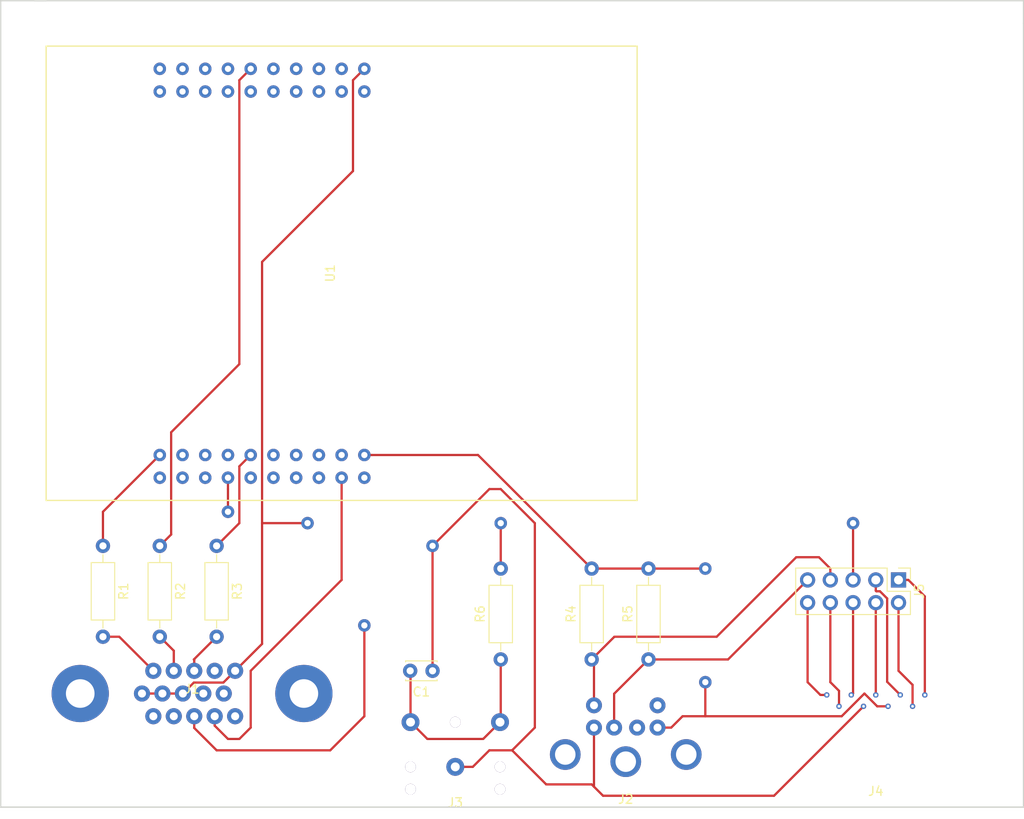
<source format=kicad_pcb>
(kicad_pcb (version 20171130) (host pcbnew 5.0.0)

  (general
    (thickness 1.6)
    (drawings 6)
    (tracks 125)
    (zones 0)
    (modules 13)
    (nets 63)
  )

  (page A4)
  (layers
    (0 F.Cu signal)
    (31 B.Cu signal)
    (32 B.Adhes user)
    (33 F.Adhes user)
    (34 B.Paste user)
    (35 F.Paste user)
    (36 B.SilkS user)
    (37 F.SilkS user)
    (38 B.Mask user)
    (39 F.Mask user)
    (40 Dwgs.User user)
    (41 Cmts.User user)
    (42 Eco1.User user)
    (43 Eco2.User user)
    (44 Edge.Cuts user)
    (45 Margin user)
    (46 B.CrtYd user)
    (47 F.CrtYd user)
    (48 B.Fab user)
    (49 F.Fab user)
  )

  (setup
    (last_trace_width 0.25)
    (trace_clearance 0.2)
    (zone_clearance 0.508)
    (zone_45_only no)
    (trace_min 0.2)
    (segment_width 0.2)
    (edge_width 0.15)
    (via_size 0.8)
    (via_drill 0.4)
    (via_min_size 0.4)
    (via_min_drill 0.3)
    (uvia_size 0.3)
    (uvia_drill 0.1)
    (uvias_allowed no)
    (uvia_min_size 0.2)
    (uvia_min_drill 0.1)
    (pcb_text_width 0.3)
    (pcb_text_size 1.5 1.5)
    (mod_edge_width 0.15)
    (mod_text_size 1 1)
    (mod_text_width 0.15)
    (pad_size 1.524 1.524)
    (pad_drill 0.762)
    (pad_to_mask_clearance 0.2)
    (aux_axis_origin 0 0)
    (visible_elements FFFFFF7F)
    (pcbplotparams
      (layerselection 0x010fc_ffffffff)
      (usegerberextensions false)
      (usegerberattributes false)
      (usegerberadvancedattributes false)
      (creategerberjobfile false)
      (excludeedgelayer true)
      (linewidth 0.100000)
      (plotframeref false)
      (viasonmask false)
      (mode 1)
      (useauxorigin false)
      (hpglpennumber 1)
      (hpglpenspeed 20)
      (hpglpendiameter 15.000000)
      (psnegative false)
      (psa4output false)
      (plotreference true)
      (plotvalue true)
      (plotinvisibletext false)
      (padsonsilk false)
      (subtractmaskfromsilk false)
      (outputformat 1)
      (mirror false)
      (drillshape 1)
      (scaleselection 1)
      (outputdirectory ""))
  )

  (net 0 "")
  (net 1 Red)
  (net 2 "Net-(J1-Pad1)")
  (net 3 "Net-(J1-Pad2)")
  (net 4 Green)
  (net 5 "Net-(J1-Pad3)")
  (net 6 Blue)
  (net 7 GND)
  (net 8 "Net-(U1-Pad2.02)")
  (net 9 "Net-(U1-Pad2.04)")
  (net 10 "Net-(U1-Pad2.03)")
  (net 11 "Net-(U1-Pad2.05)")
  (net 12 "Net-(U1-Pad2.07)")
  (net 13 "Net-(U1-Pad2.09)")
  (net 14 "Net-(U1-Pad2.08)")
  (net 15 "Net-(U1-Pad2.10)")
  (net 16 "Net-(U1-Pad4.02)")
  (net 17 "Net-(U1-Pad4.05)")
  (net 18 "Net-(U1-Pad4.01)")
  (net 19 "Net-(U1-Pad4.09)")
  (net 20 "Net-(U1-Pad4.03)")
  (net 21 "Net-(U1-Pad4.08)")
  (net 22 "Net-(U1-Pad4.10)")
  (net 23 "Net-(U1-Pad4.04)")
  (net 24 "Net-(U1-Pad4.07)")
  (net 25 "Net-(U1-Pad4.06)")
  (net 26 "Net-(U1-Pad3.02)")
  (net 27 "Net-(U1-Pad1.05)")
  (net 28 H-Sync)
  (net 29 "Net-(U1-Pad3.05)")
  (net 30 5.0V)
  (net 31 "Net-(U1-Pad1.10)")
  (net 32 "Net-(U1-Pad3.09)")
  (net 33 "Net-(U1-Pad3.03)")
  (net 34 "Net-(U1-Pad3.08)")
  (net 35 "Net-(U1-Pad1.09)")
  (net 36 "Net-(U1-Pad3.04)")
  (net 37 "Net-(U1-Pad1.08)")
  (net 38 "Net-(U1-Pad3.07)")
  (net 39 "Net-(U1-Pad1.04)")
  (net 40 "Net-(U1-Pad1.03)")
  (net 41 "Net-(U1-Pad1.06)")
  (net 42 V-Sync)
  (net 43 "Net-(U1-Pad1.01)")
  (net 44 "Net-(C1-Pad2)")
  (net 45 "Net-(J1-Pad15)")
  (net 46 "Net-(J1-Pad12)")
  (net 47 "Net-(J1-Pad11)")
  (net 48 "Net-(J1-Pad10)")
  (net 49 "Net-(J1-Pad9)")
  (net 50 "Net-(J1-Pad4)")
  (net 51 +DATA)
  (net 52 "Net-(J2-Pad2)")
  (net 53 +CLK)
  (net 54 "Net-(J2-Pad6)")
  (net 55 JoystickUp)
  (net 56 JoystickDown)
  (net 57 JoystickLeft)
  (net 58 JoystickRight)
  (net 59 BInputPaddle)
  (net 60 InputTrigger)
  (net 61 Audio)
  (net 62 AInputPaddle)

  (net_class Default "This is the default net class."
    (clearance 0.2)
    (trace_width 0.25)
    (via_dia 0.8)
    (via_drill 0.4)
    (uvia_dia 0.3)
    (uvia_drill 0.1)
    (add_net +CLK)
    (add_net +DATA)
    (add_net 5.0V)
    (add_net AInputPaddle)
    (add_net Audio)
    (add_net BInputPaddle)
    (add_net Blue)
    (add_net GND)
    (add_net Green)
    (add_net H-Sync)
    (add_net InputTrigger)
    (add_net JoystickDown)
    (add_net JoystickLeft)
    (add_net JoystickRight)
    (add_net JoystickUp)
    (add_net "Net-(C1-Pad2)")
    (add_net "Net-(J1-Pad1)")
    (add_net "Net-(J1-Pad10)")
    (add_net "Net-(J1-Pad11)")
    (add_net "Net-(J1-Pad12)")
    (add_net "Net-(J1-Pad15)")
    (add_net "Net-(J1-Pad2)")
    (add_net "Net-(J1-Pad3)")
    (add_net "Net-(J1-Pad4)")
    (add_net "Net-(J1-Pad9)")
    (add_net "Net-(J2-Pad2)")
    (add_net "Net-(J2-Pad6)")
    (add_net "Net-(U1-Pad1.01)")
    (add_net "Net-(U1-Pad1.03)")
    (add_net "Net-(U1-Pad1.04)")
    (add_net "Net-(U1-Pad1.05)")
    (add_net "Net-(U1-Pad1.06)")
    (add_net "Net-(U1-Pad1.08)")
    (add_net "Net-(U1-Pad1.09)")
    (add_net "Net-(U1-Pad1.10)")
    (add_net "Net-(U1-Pad2.02)")
    (add_net "Net-(U1-Pad2.03)")
    (add_net "Net-(U1-Pad2.04)")
    (add_net "Net-(U1-Pad2.05)")
    (add_net "Net-(U1-Pad2.07)")
    (add_net "Net-(U1-Pad2.08)")
    (add_net "Net-(U1-Pad2.09)")
    (add_net "Net-(U1-Pad2.10)")
    (add_net "Net-(U1-Pad3.02)")
    (add_net "Net-(U1-Pad3.03)")
    (add_net "Net-(U1-Pad3.04)")
    (add_net "Net-(U1-Pad3.05)")
    (add_net "Net-(U1-Pad3.07)")
    (add_net "Net-(U1-Pad3.08)")
    (add_net "Net-(U1-Pad3.09)")
    (add_net "Net-(U1-Pad4.01)")
    (add_net "Net-(U1-Pad4.02)")
    (add_net "Net-(U1-Pad4.03)")
    (add_net "Net-(U1-Pad4.04)")
    (add_net "Net-(U1-Pad4.05)")
    (add_net "Net-(U1-Pad4.06)")
    (add_net "Net-(U1-Pad4.07)")
    (add_net "Net-(U1-Pad4.08)")
    (add_net "Net-(U1-Pad4.09)")
    (add_net "Net-(U1-Pad4.10)")
    (add_net Red)
    (add_net V-Sync)
  )

  (module Monotron:D09P13B4PA00LF (layer F.Cu) (tedit 5BB777AA) (tstamp 5BB770AE)
    (at 135.89 105.41 180)
    (path /5BAD20FF)
    (fp_text reference J4 (at 0 0.5 180) (layer F.SilkS)
      (effects (font (size 1 1) (thickness 0.15)))
    )
    (fp_text value DB9_Male (at 0 -0.5 180) (layer F.Fab)
      (effects (font (size 1 1) (thickness 0.15)))
    )
    (pad 9 thru_hole circle (at 4.11 10 180) (size 0.6 0.6) (drill 0.3) (layers *.Cu *.Mask)
      (net 62 AInputPaddle))
    (pad 8 thru_hole circle (at 1.37 10 180) (size 0.6 0.6) (drill 0.3) (layers *.Cu *.Mask)
      (net 7 GND))
    (pad 7 thru_hole circle (at -1.37 10 180) (size 0.6 0.6) (drill 0.3) (layers *.Cu *.Mask)
      (net 30 5.0V))
    (pad 6 thru_hole circle (at -4.11 10 180) (size 0.6 0.6) (drill 0.3) (layers *.Cu *.Mask)
      (net 60 InputTrigger))
    (pad 5 thru_hole circle (at 5.48 11.27 180) (size 0.6 0.6) (drill 0.3) (layers *.Cu *.Mask)
      (net 59 BInputPaddle))
    (pad 4 thru_hole circle (at 2.74 11.27 180) (size 0.6 0.6) (drill 0.3) (layers *.Cu *.Mask)
      (net 58 JoystickRight))
    (pad 3 thru_hole circle (at 0 11.27 180) (size 0.6 0.6) (drill 0.3) (layers *.Cu *.Mask)
      (net 57 JoystickLeft))
    (pad 2 thru_hole circle (at -2.74 11.27 180) (size 0.6 0.6) (drill 0.3) (layers *.Cu *.Mask)
      (net 56 JoystickDown))
    (pad 1 thru_hole circle (at -5.48 11.27 180) (size 0.6 0.6) (drill 0.3) (layers *.Cu *.Mask)
      (net 55 JoystickUp))
  )

  (module Monotron:SJ1-3523N (layer F.Cu) (tedit 5BB7740D) (tstamp 5BB770A1)
    (at 88.9 106.68 180)
    (path /5BAD2006)
    (fp_text reference J3 (at 0 0.5 180) (layer F.SilkS)
      (effects (font (size 1 1) (thickness 0.15)))
    )
    (fp_text value AudioJack3_Ground (at 0 -0.5 180) (layer F.Fab)
      (effects (font (size 1 1) (thickness 0.15)))
    )
    (pad T thru_hole circle (at 5 9.5 180) (size 2 2) (drill 1) (layers *.Cu *.Mask)
      (net 44 "Net-(C1-Pad2)"))
    (pad R thru_hole circle (at -5 9.5 180) (size 2 2) (drill 1) (layers *.Cu *.Mask)
      (net 44 "Net-(C1-Pad2)"))
    (pad S thru_hole circle (at 0 4.5 180) (size 2 2) (drill 1) (layers *.Cu *.Mask)
      (net 7 GND))
    (pad "" thru_hole circle (at 0 9.5 180) (size 1.2 1.2) (drill 1.2) (layers *.Cu *.Mask))
    (pad "" thru_hole circle (at -5 2 180) (size 1.2 1.2) (drill 1.2) (layers *.Cu *.Mask))
    (pad "" thru_hole circle (at -5 4.5 180) (size 1.2 1.2) (drill 1.2) (layers *.Cu *.Mask))
    (pad "" thru_hole circle (at 5 4.5 180) (size 1.2 1.2) (drill 1.2) (layers *.Cu *.Mask))
    (pad "" thru_hole circle (at 5 2 180) (size 1.2 1.2) (drill 1.2) (layers *.Cu *.Mask))
  )

  (module Resistors_THT:R_Axial_DIN0207_L6.3mm_D2.5mm_P10.16mm_Horizontal (layer F.Cu) (tedit 5874F706) (tstamp 5BB76EC1)
    (at 49.53 77.47 270)
    (descr "Resistor, Axial_DIN0207 series, Axial, Horizontal, pin pitch=10.16mm, 0.25W = 1/4W, length*diameter=6.3*2.5mm^2, http://cdn-reichelt.de/documents/datenblatt/B400/1_4W%23YAG.pdf")
    (tags "Resistor Axial_DIN0207 series Axial Horizontal pin pitch 10.16mm 0.25W = 1/4W length 6.3mm diameter 2.5mm")
    (path /5B883EA4)
    (fp_text reference R1 (at 5.08 -2.31 270) (layer F.SilkS)
      (effects (font (size 1 1) (thickness 0.15)))
    )
    (fp_text value 330 (at 5.08 2.31 270) (layer F.Fab)
      (effects (font (size 1 1) (thickness 0.15)))
    )
    (fp_line (start 1.93 -1.25) (end 1.93 1.25) (layer F.Fab) (width 0.1))
    (fp_line (start 1.93 1.25) (end 8.23 1.25) (layer F.Fab) (width 0.1))
    (fp_line (start 8.23 1.25) (end 8.23 -1.25) (layer F.Fab) (width 0.1))
    (fp_line (start 8.23 -1.25) (end 1.93 -1.25) (layer F.Fab) (width 0.1))
    (fp_line (start 0 0) (end 1.93 0) (layer F.Fab) (width 0.1))
    (fp_line (start 10.16 0) (end 8.23 0) (layer F.Fab) (width 0.1))
    (fp_line (start 1.87 -1.31) (end 1.87 1.31) (layer F.SilkS) (width 0.12))
    (fp_line (start 1.87 1.31) (end 8.29 1.31) (layer F.SilkS) (width 0.12))
    (fp_line (start 8.29 1.31) (end 8.29 -1.31) (layer F.SilkS) (width 0.12))
    (fp_line (start 8.29 -1.31) (end 1.87 -1.31) (layer F.SilkS) (width 0.12))
    (fp_line (start 0.98 0) (end 1.87 0) (layer F.SilkS) (width 0.12))
    (fp_line (start 9.18 0) (end 8.29 0) (layer F.SilkS) (width 0.12))
    (fp_line (start -1.05 -1.6) (end -1.05 1.6) (layer F.CrtYd) (width 0.05))
    (fp_line (start -1.05 1.6) (end 11.25 1.6) (layer F.CrtYd) (width 0.05))
    (fp_line (start 11.25 1.6) (end 11.25 -1.6) (layer F.CrtYd) (width 0.05))
    (fp_line (start 11.25 -1.6) (end -1.05 -1.6) (layer F.CrtYd) (width 0.05))
    (pad 1 thru_hole circle (at 0 0 270) (size 1.6 1.6) (drill 0.8) (layers *.Cu *.Mask)
      (net 1 Red))
    (pad 2 thru_hole oval (at 10.16 0 270) (size 1.6 1.6) (drill 0.8) (layers *.Cu *.Mask)
      (net 2 "Net-(J1-Pad1)"))
    (model ${KISYS3DMOD}/Resistors_THT.3dshapes/R_Axial_DIN0207_L6.3mm_D2.5mm_P10.16mm_Horizontal.wrl
      (at (xyz 0 0 0))
      (scale (xyz 0.393701 0.393701 0.393701))
      (rotate (xyz 0 0 0))
    )
  )

  (module Resistors_THT:R_Axial_DIN0207_L6.3mm_D2.5mm_P10.16mm_Horizontal (layer F.Cu) (tedit 5874F706) (tstamp 5BB76ED7)
    (at 55.88 77.47 270)
    (descr "Resistor, Axial_DIN0207 series, Axial, Horizontal, pin pitch=10.16mm, 0.25W = 1/4W, length*diameter=6.3*2.5mm^2, http://cdn-reichelt.de/documents/datenblatt/B400/1_4W%23YAG.pdf")
    (tags "Resistor Axial_DIN0207 series Axial Horizontal pin pitch 10.16mm 0.25W = 1/4W length 6.3mm diameter 2.5mm")
    (path /5B883E00)
    (fp_text reference R2 (at 5.08 -2.31 270) (layer F.SilkS)
      (effects (font (size 1 1) (thickness 0.15)))
    )
    (fp_text value 330 (at 5.08 2.31 270) (layer F.Fab)
      (effects (font (size 1 1) (thickness 0.15)))
    )
    (fp_line (start 11.25 -1.6) (end -1.05 -1.6) (layer F.CrtYd) (width 0.05))
    (fp_line (start 11.25 1.6) (end 11.25 -1.6) (layer F.CrtYd) (width 0.05))
    (fp_line (start -1.05 1.6) (end 11.25 1.6) (layer F.CrtYd) (width 0.05))
    (fp_line (start -1.05 -1.6) (end -1.05 1.6) (layer F.CrtYd) (width 0.05))
    (fp_line (start 9.18 0) (end 8.29 0) (layer F.SilkS) (width 0.12))
    (fp_line (start 0.98 0) (end 1.87 0) (layer F.SilkS) (width 0.12))
    (fp_line (start 8.29 -1.31) (end 1.87 -1.31) (layer F.SilkS) (width 0.12))
    (fp_line (start 8.29 1.31) (end 8.29 -1.31) (layer F.SilkS) (width 0.12))
    (fp_line (start 1.87 1.31) (end 8.29 1.31) (layer F.SilkS) (width 0.12))
    (fp_line (start 1.87 -1.31) (end 1.87 1.31) (layer F.SilkS) (width 0.12))
    (fp_line (start 10.16 0) (end 8.23 0) (layer F.Fab) (width 0.1))
    (fp_line (start 0 0) (end 1.93 0) (layer F.Fab) (width 0.1))
    (fp_line (start 8.23 -1.25) (end 1.93 -1.25) (layer F.Fab) (width 0.1))
    (fp_line (start 8.23 1.25) (end 8.23 -1.25) (layer F.Fab) (width 0.1))
    (fp_line (start 1.93 1.25) (end 8.23 1.25) (layer F.Fab) (width 0.1))
    (fp_line (start 1.93 -1.25) (end 1.93 1.25) (layer F.Fab) (width 0.1))
    (pad 2 thru_hole oval (at 10.16 0 270) (size 1.6 1.6) (drill 0.8) (layers *.Cu *.Mask)
      (net 3 "Net-(J1-Pad2)"))
    (pad 1 thru_hole circle (at 0 0 270) (size 1.6 1.6) (drill 0.8) (layers *.Cu *.Mask)
      (net 4 Green))
    (model ${KISYS3DMOD}/Resistors_THT.3dshapes/R_Axial_DIN0207_L6.3mm_D2.5mm_P10.16mm_Horizontal.wrl
      (at (xyz 0 0 0))
      (scale (xyz 0.393701 0.393701 0.393701))
      (rotate (xyz 0 0 0))
    )
  )

  (module Resistors_THT:R_Axial_DIN0207_L6.3mm_D2.5mm_P10.16mm_Horizontal (layer F.Cu) (tedit 5874F706) (tstamp 5BB76EED)
    (at 62.23 77.47 270)
    (descr "Resistor, Axial_DIN0207 series, Axial, Horizontal, pin pitch=10.16mm, 0.25W = 1/4W, length*diameter=6.3*2.5mm^2, http://cdn-reichelt.de/documents/datenblatt/B400/1_4W%23YAG.pdf")
    (tags "Resistor Axial_DIN0207 series Axial Horizontal pin pitch 10.16mm 0.25W = 1/4W length 6.3mm diameter 2.5mm")
    (path /5B883F05)
    (fp_text reference R3 (at 5.08 -2.31 270) (layer F.SilkS)
      (effects (font (size 1 1) (thickness 0.15)))
    )
    (fp_text value 330 (at 5.08 2.31 270) (layer F.Fab)
      (effects (font (size 1 1) (thickness 0.15)))
    )
    (fp_line (start 11.25 -1.6) (end -1.05 -1.6) (layer F.CrtYd) (width 0.05))
    (fp_line (start 11.25 1.6) (end 11.25 -1.6) (layer F.CrtYd) (width 0.05))
    (fp_line (start -1.05 1.6) (end 11.25 1.6) (layer F.CrtYd) (width 0.05))
    (fp_line (start -1.05 -1.6) (end -1.05 1.6) (layer F.CrtYd) (width 0.05))
    (fp_line (start 9.18 0) (end 8.29 0) (layer F.SilkS) (width 0.12))
    (fp_line (start 0.98 0) (end 1.87 0) (layer F.SilkS) (width 0.12))
    (fp_line (start 8.29 -1.31) (end 1.87 -1.31) (layer F.SilkS) (width 0.12))
    (fp_line (start 8.29 1.31) (end 8.29 -1.31) (layer F.SilkS) (width 0.12))
    (fp_line (start 1.87 1.31) (end 8.29 1.31) (layer F.SilkS) (width 0.12))
    (fp_line (start 1.87 -1.31) (end 1.87 1.31) (layer F.SilkS) (width 0.12))
    (fp_line (start 10.16 0) (end 8.23 0) (layer F.Fab) (width 0.1))
    (fp_line (start 0 0) (end 1.93 0) (layer F.Fab) (width 0.1))
    (fp_line (start 8.23 -1.25) (end 1.93 -1.25) (layer F.Fab) (width 0.1))
    (fp_line (start 8.23 1.25) (end 8.23 -1.25) (layer F.Fab) (width 0.1))
    (fp_line (start 1.93 1.25) (end 8.23 1.25) (layer F.Fab) (width 0.1))
    (fp_line (start 1.93 -1.25) (end 1.93 1.25) (layer F.Fab) (width 0.1))
    (pad 2 thru_hole oval (at 10.16 0 270) (size 1.6 1.6) (drill 0.8) (layers *.Cu *.Mask)
      (net 5 "Net-(J1-Pad3)"))
    (pad 1 thru_hole circle (at 0 0 270) (size 1.6 1.6) (drill 0.8) (layers *.Cu *.Mask)
      (net 6 Blue))
    (model ${KISYS3DMOD}/Resistors_THT.3dshapes/R_Axial_DIN0207_L6.3mm_D2.5mm_P10.16mm_Horizontal.wrl
      (at (xyz 0 0 0))
      (scale (xyz 0.393701 0.393701 0.393701))
      (rotate (xyz 0 0 0))
    )
  )

  (module "Monotron:Tiva-C Launchpad Connector" (layer F.Cu) (tedit 5BACBDEF) (tstamp 5BB76F1D)
    (at 76.2 46.99 270)
    (path /5B883CD0)
    (fp_text reference U1 (at 0 1.27 270) (layer F.SilkS)
      (effects (font (size 1 1) (thickness 0.15)))
    )
    (fp_text value TivaCLaunchpad (at 0 -1.27 270) (layer F.Fab)
      (effects (font (size 1 1) (thickness 0.15)))
    )
    (fp_line (start -25.4 -33.02) (end 25.4 -33.02) (layer F.SilkS) (width 0.15))
    (fp_line (start -25.4 33.02) (end 25.4 33.02) (layer F.SilkS) (width 0.15))
    (fp_line (start -25.4 33.02) (end -25.4 -33.02) (layer F.SilkS) (width 0.15))
    (fp_line (start 25.4 33.02) (end 25.4 -33.02) (layer F.SilkS) (width 0.15))
    (pad 2.01 thru_hole circle (at -22.86 -2.54 270) (size 1.4 1.4) (drill 0.7) (layers *.Cu *.Mask)
      (net 7 GND))
    (pad 2.02 thru_hole circle (at -22.86 0 270) (size 1.4 1.4) (drill 0.7) (layers *.Cu *.Mask)
      (net 8 "Net-(U1-Pad2.02)"))
    (pad 2.04 thru_hole circle (at -22.86 5.08 270) (size 1.4 1.4) (drill 0.7) (layers *.Cu *.Mask)
      (net 9 "Net-(U1-Pad2.04)"))
    (pad 2.03 thru_hole circle (at -22.86 2.54 270) (size 1.4 1.4) (drill 0.7) (layers *.Cu *.Mask)
      (net 10 "Net-(U1-Pad2.03)"))
    (pad 2.05 thru_hole circle (at -22.86 7.62 270) (size 1.4 1.4) (drill 0.7) (layers *.Cu *.Mask)
      (net 11 "Net-(U1-Pad2.05)"))
    (pad 2.07 thru_hole circle (at -22.86 12.7 270) (size 1.4 1.4) (drill 0.7) (layers *.Cu *.Mask)
      (net 12 "Net-(U1-Pad2.07)"))
    (pad 2.06 thru_hole circle (at -22.86 10.16 270) (size 1.4 1.4) (drill 0.7) (layers *.Cu *.Mask)
      (net 4 Green))
    (pad 2.09 thru_hole circle (at -22.86 17.78 270) (size 1.4 1.4) (drill 0.7) (layers *.Cu *.Mask)
      (net 13 "Net-(U1-Pad2.09)"))
    (pad 2.08 thru_hole circle (at -22.86 15.24 270) (size 1.4 1.4) (drill 0.7) (layers *.Cu *.Mask)
      (net 14 "Net-(U1-Pad2.08)"))
    (pad 2.10 thru_hole circle (at -22.86 20.32 270) (size 1.4 1.4) (drill 0.7) (layers *.Cu *.Mask)
      (net 15 "Net-(U1-Pad2.10)"))
    (pad 4.02 thru_hole circle (at -20.32 0 270) (size 1.4 1.4) (drill 0.7) (layers *.Cu *.Mask)
      (net 16 "Net-(U1-Pad4.02)"))
    (pad 4.05 thru_hole circle (at -20.32 7.62 270) (size 1.4 1.4) (drill 0.7) (layers *.Cu *.Mask)
      (net 17 "Net-(U1-Pad4.05)"))
    (pad 4.01 thru_hole circle (at -20.32 -2.54 270) (size 1.4 1.4) (drill 0.7) (layers *.Cu *.Mask)
      (net 18 "Net-(U1-Pad4.01)"))
    (pad 4.09 thru_hole circle (at -20.32 17.78 270) (size 1.4 1.4) (drill 0.7) (layers *.Cu *.Mask)
      (net 19 "Net-(U1-Pad4.09)"))
    (pad 4.03 thru_hole circle (at -20.32 2.54 270) (size 1.4 1.4) (drill 0.7) (layers *.Cu *.Mask)
      (net 20 "Net-(U1-Pad4.03)"))
    (pad 4.08 thru_hole circle (at -20.32 15.24 270) (size 1.4 1.4) (drill 0.7) (layers *.Cu *.Mask)
      (net 21 "Net-(U1-Pad4.08)"))
    (pad 4.10 thru_hole circle (at -20.32 20.32 270) (size 1.4 1.4) (drill 0.7) (layers *.Cu *.Mask)
      (net 22 "Net-(U1-Pad4.10)"))
    (pad 4.04 thru_hole circle (at -20.32 5.08 270) (size 1.4 1.4) (drill 0.7) (layers *.Cu *.Mask)
      (net 23 "Net-(U1-Pad4.04)"))
    (pad 4.07 thru_hole circle (at -20.32 12.7 270) (size 1.4 1.4) (drill 0.7) (layers *.Cu *.Mask)
      (net 24 "Net-(U1-Pad4.07)"))
    (pad 4.06 thru_hole circle (at -20.32 10.16 270) (size 1.4 1.4) (drill 0.7) (layers *.Cu *.Mask)
      (net 25 "Net-(U1-Pad4.06)"))
    (pad 3.02 thru_hole circle (at 20.32 0 270) (size 1.4 1.4) (drill 0.7) (layers *.Cu *.Mask)
      (net 26 "Net-(U1-Pad3.02)"))
    (pad 1.05 thru_hole circle (at 22.86 7.62 270) (size 1.4 1.4) (drill 0.7) (layers *.Cu *.Mask)
      (net 27 "Net-(U1-Pad1.05)"))
    (pad 1.07 thru_hole circle (at 22.86 12.7 270) (size 1.4 1.4) (drill 0.7) (layers *.Cu *.Mask)
      (net 28 H-Sync))
    (pad 3.05 thru_hole circle (at 20.32 7.62 270) (size 1.4 1.4) (drill 0.7) (layers *.Cu *.Mask)
      (net 29 "Net-(U1-Pad3.05)"))
    (pad 3.01 thru_hole circle (at 20.32 -2.54 270) (size 1.4 1.4) (drill 0.7) (layers *.Cu *.Mask)
      (net 30 5.0V))
    (pad 1.10 thru_hole circle (at 22.86 20.32 270) (size 1.4 1.4) (drill 0.7) (layers *.Cu *.Mask)
      (net 31 "Net-(U1-Pad1.10)"))
    (pad 3.09 thru_hole circle (at 20.32 17.78 270) (size 1.4 1.4) (drill 0.7) (layers *.Cu *.Mask)
      (net 32 "Net-(U1-Pad3.09)"))
    (pad 3.03 thru_hole circle (at 20.32 2.54 270) (size 1.4 1.4) (drill 0.7) (layers *.Cu *.Mask)
      (net 33 "Net-(U1-Pad3.03)"))
    (pad 3.08 thru_hole circle (at 20.32 15.24 270) (size 1.4 1.4) (drill 0.7) (layers *.Cu *.Mask)
      (net 34 "Net-(U1-Pad3.08)"))
    (pad 1.09 thru_hole circle (at 22.86 17.78 270) (size 1.4 1.4) (drill 0.7) (layers *.Cu *.Mask)
      (net 35 "Net-(U1-Pad1.09)"))
    (pad 3.10 thru_hole circle (at 20.32 20.32 270) (size 1.4 1.4) (drill 0.7) (layers *.Cu *.Mask)
      (net 1 Red))
    (pad 3.04 thru_hole circle (at 20.32 5.08 270) (size 1.4 1.4) (drill 0.7) (layers *.Cu *.Mask)
      (net 36 "Net-(U1-Pad3.04)"))
    (pad 1.08 thru_hole circle (at 22.86 15.24 270) (size 1.4 1.4) (drill 0.7) (layers *.Cu *.Mask)
      (net 37 "Net-(U1-Pad1.08)"))
    (pad 3.07 thru_hole circle (at 20.32 12.7 270) (size 1.4 1.4) (drill 0.7) (layers *.Cu *.Mask)
      (net 38 "Net-(U1-Pad3.07)"))
    (pad 1.04 thru_hole circle (at 22.86 5.08 270) (size 1.4 1.4) (drill 0.7) (layers *.Cu *.Mask)
      (net 39 "Net-(U1-Pad1.04)"))
    (pad 3.06 thru_hole circle (at 20.32 10.16 270) (size 1.4 1.4) (drill 0.7) (layers *.Cu *.Mask)
      (net 6 Blue))
    (pad 1.03 thru_hole circle (at 22.86 2.54 270) (size 1.4 1.4) (drill 0.7) (layers *.Cu *.Mask)
      (net 40 "Net-(U1-Pad1.03)"))
    (pad 1.06 thru_hole circle (at 22.86 10.16 270) (size 1.4 1.4) (drill 0.7) (layers *.Cu *.Mask)
      (net 41 "Net-(U1-Pad1.06)"))
    (pad 1.02 thru_hole circle (at 22.86 0 270) (size 1.4 1.4) (drill 0.7) (layers *.Cu *.Mask)
      (net 42 V-Sync))
    (pad 1.01 thru_hole circle (at 22.86 -2.54 270) (size 1.4 1.4) (drill 0.7) (layers *.Cu *.Mask)
      (net 43 "Net-(U1-Pad1.01)"))
  )

  (module Capacitors_THT:C_Disc_D3.4mm_W2.1mm_P2.50mm (layer F.Cu) (tedit 597BC7C2) (tstamp 5BB7781A)
    (at 86.36 91.44 180)
    (descr "C, Disc series, Radial, pin pitch=2.50mm, , diameter*width=3.4*2.1mm^2, Capacitor, http://www.vishay.com/docs/45233/krseries.pdf")
    (tags "C Disc series Radial pin pitch 2.50mm  diameter 3.4mm width 2.1mm Capacitor")
    (path /5BAFCAEA)
    (fp_text reference C1 (at 1.25 -2.36 180) (layer F.SilkS)
      (effects (font (size 1 1) (thickness 0.15)))
    )
    (fp_text value 3.3n (at 1.25 2.36 180) (layer F.Fab)
      (effects (font (size 1 1) (thickness 0.15)))
    )
    (fp_text user %R (at 1.25 0 180) (layer F.Fab)
      (effects (font (size 1 1) (thickness 0.15)))
    )
    (fp_line (start 3.55 -1.4) (end -1.05 -1.4) (layer F.CrtYd) (width 0.05))
    (fp_line (start 3.55 1.4) (end 3.55 -1.4) (layer F.CrtYd) (width 0.05))
    (fp_line (start -1.05 1.4) (end 3.55 1.4) (layer F.CrtYd) (width 0.05))
    (fp_line (start -1.05 -1.4) (end -1.05 1.4) (layer F.CrtYd) (width 0.05))
    (fp_line (start 3.01 0.996) (end 3.01 1.11) (layer F.SilkS) (width 0.12))
    (fp_line (start 3.01 -1.11) (end 3.01 -0.996) (layer F.SilkS) (width 0.12))
    (fp_line (start -0.51 0.996) (end -0.51 1.11) (layer F.SilkS) (width 0.12))
    (fp_line (start -0.51 -1.11) (end -0.51 -0.996) (layer F.SilkS) (width 0.12))
    (fp_line (start -0.51 1.11) (end 3.01 1.11) (layer F.SilkS) (width 0.12))
    (fp_line (start -0.51 -1.11) (end 3.01 -1.11) (layer F.SilkS) (width 0.12))
    (fp_line (start 2.95 -1.05) (end -0.45 -1.05) (layer F.Fab) (width 0.1))
    (fp_line (start 2.95 1.05) (end 2.95 -1.05) (layer F.Fab) (width 0.1))
    (fp_line (start -0.45 1.05) (end 2.95 1.05) (layer F.Fab) (width 0.1))
    (fp_line (start -0.45 -1.05) (end -0.45 1.05) (layer F.Fab) (width 0.1))
    (pad 2 thru_hole circle (at 2.5 0 180) (size 1.6 1.6) (drill 0.8) (layers *.Cu *.Mask)
      (net 44 "Net-(C1-Pad2)"))
    (pad 1 thru_hole circle (at 0 0 180) (size 1.6 1.6) (drill 0.8) (layers *.Cu *.Mask)
      (net 7 GND))
    (model ${KISYS3DMOD}/Capacitors_THT.3dshapes/C_Disc_D3.4mm_W2.1mm_P2.50mm.wrl
      (at (xyz 0 0 0))
      (scale (xyz 1 1 1))
      (rotate (xyz 0 0 0))
    )
  )

  (module Monotron:ICD15S13E4GX00LF (layer F.Cu) (tedit 5BB356C9) (tstamp 5BB77088)
    (at 59.485 93.98 180)
    (path /5B8842EE)
    (fp_text reference J1 (at 0 0.5 180) (layer F.SilkS)
      (effects (font (size 1 1) (thickness 0.15)))
    )
    (fp_text value DB15_Female_HighDensity (at 0 -0.5 180) (layer F.Fab)
      (effects (font (size 1 1) (thickness 0.15)))
    )
    (pad "" thru_hole circle (at -12.495 0 180) (size 6.4 6.4) (drill 3.2) (layers *.Cu *.Mask))
    (pad "" thru_hole circle (at 12.495 0 180) (size 6.4 6.4) (drill 3.2) (layers *.Cu *.Mask))
    (pad 15 thru_hole circle (at -4.815 -2.54 180) (size 1.8 1.8) (drill 0.9) (layers *.Cu *.Mask)
      (net 45 "Net-(J1-Pad15)"))
    (pad 14 thru_hole circle (at -2.53 -2.54 180) (size 1.8 1.8) (drill 0.9) (layers *.Cu *.Mask)
      (net 42 V-Sync))
    (pad 13 thru_hole circle (at -0.245 -2.54 180) (size 1.8 1.8) (drill 0.9) (layers *.Cu *.Mask)
      (net 28 H-Sync))
    (pad 12 thru_hole circle (at 2.04 -2.54 180) (size 1.8 1.8) (drill 0.9) (layers *.Cu *.Mask)
      (net 46 "Net-(J1-Pad12)"))
    (pad 11 thru_hole circle (at 4.325 -2.54 180) (size 1.8 1.8) (drill 0.9) (layers *.Cu *.Mask)
      (net 47 "Net-(J1-Pad11)"))
    (pad 10 thru_hole circle (at -3.545 0 180) (size 1.8 1.8) (drill 0.9) (layers *.Cu *.Mask)
      (net 48 "Net-(J1-Pad10)"))
    (pad 9 thru_hole circle (at -1.26 0 180) (size 1.8 1.8) (drill 0.9) (layers *.Cu *.Mask)
      (net 49 "Net-(J1-Pad9)"))
    (pad 8 thru_hole circle (at 1.025 0 180) (size 1.8 1.8) (drill 0.9) (layers *.Cu *.Mask)
      (net 7 GND))
    (pad 7 thru_hole circle (at 3.31 0 180) (size 1.8 1.8) (drill 0.9) (layers *.Cu *.Mask)
      (net 7 GND))
    (pad 6 thru_hole circle (at 5.595 0 180) (size 1.8 1.8) (drill 0.9) (layers *.Cu *.Mask)
      (net 7 GND))
    (pad 5 thru_hole circle (at -4.815 2.54 180) (size 1.8 1.8) (drill 0.9) (layers *.Cu *.Mask)
      (net 7 GND))
    (pad 4 thru_hole circle (at -2.53 2.54 180) (size 1.8 1.8) (drill 0.9) (layers *.Cu *.Mask)
      (net 50 "Net-(J1-Pad4)"))
    (pad 3 thru_hole circle (at -0.245 2.54 180) (size 1.8 1.8) (drill 0.9) (layers *.Cu *.Mask)
      (net 5 "Net-(J1-Pad3)"))
    (pad 2 thru_hole circle (at 2.04 2.54 180) (size 1.8 1.8) (drill 0.9) (layers *.Cu *.Mask)
      (net 3 "Net-(J1-Pad2)"))
    (pad 1 thru_hole circle (at 4.325 2.54 180) (size 1.8 1.8) (drill 0.9) (layers *.Cu *.Mask)
      (net 2 "Net-(J1-Pad1)"))
  )

  (module Monotron:5749180-1 (layer F.Cu) (tedit 5BB35431) (tstamp 5BB777C4)
    (at 107.95 106.3 180)
    (path /5BAD1E91)
    (fp_text reference J2 (at 0 0.5 180) (layer F.SilkS)
      (effects (font (size 1 1) (thickness 0.15)))
    )
    (fp_text value Mini-DIN-6 (at 0 -0.5 180) (layer F.Fab)
      (effects (font (size 1 1) (thickness 0.15)))
    )
    (pad 1 thru_hole circle (at 1.3 8.51 180) (size 1.78 1.78) (drill 0.89) (layers *.Cu *.Mask)
      (net 51 +DATA))
    (pad 2 thru_hole circle (at -1.27 8.51 180) (size 1.78 1.78) (drill 0.89) (layers *.Cu *.Mask)
      (net 52 "Net-(J2-Pad2)"))
    (pad 3 thru_hole circle (at 3.55 8.51 180) (size 1.78 1.78) (drill 0.89) (layers *.Cu *.Mask)
      (net 7 GND))
    (pad 4 thru_hole circle (at -3.55 8.51 180) (size 1.78 1.78) (drill 0.89) (layers *.Cu *.Mask)
      (net 30 5.0V))
    (pad 5 thru_hole circle (at 3.55 11 180) (size 1.78 1.78) (drill 0.89) (layers *.Cu *.Mask)
      (net 53 +CLK))
    (pad 6 thru_hole circle (at -3.55 11 180) (size 1.78 1.78) (drill 0.89) (layers *.Cu *.Mask)
      (net 54 "Net-(J2-Pad6)"))
    (pad "" thru_hole circle (at 0 4.7 180) (size 3.435 3.435) (drill 2.29) (layers *.Cu *.Mask))
    (pad "" thru_hole circle (at -6.76 5.5 180) (size 3.435 3.435) (drill 2.29) (layers *.Cu *.Mask))
    (pad "" thru_hole circle (at 6.76 5.5 180) (size 3.435 3.435) (drill 2.29) (layers *.Cu *.Mask))
  )

  (module Resistors_THT:R_Axial_DIN0207_L6.3mm_D2.5mm_P10.16mm_Horizontal (layer F.Cu) (tedit 5874F706) (tstamp 5BB770C4)
    (at 104.14 90.17 90)
    (descr "Resistor, Axial_DIN0207 series, Axial, Horizontal, pin pitch=10.16mm, 0.25W = 1/4W, length*diameter=6.3*2.5mm^2, http://cdn-reichelt.de/documents/datenblatt/B400/1_4W%23YAG.pdf")
    (tags "Resistor Axial_DIN0207 series Axial Horizontal pin pitch 10.16mm 0.25W = 1/4W length 6.3mm diameter 2.5mm")
    (path /5BAE5AAD)
    (fp_text reference R4 (at 5.08 -2.31 90) (layer F.SilkS)
      (effects (font (size 1 1) (thickness 0.15)))
    )
    (fp_text value 10K (at 5.08 2.31 90) (layer F.Fab)
      (effects (font (size 1 1) (thickness 0.15)))
    )
    (fp_line (start 11.25 -1.6) (end -1.05 -1.6) (layer F.CrtYd) (width 0.05))
    (fp_line (start 11.25 1.6) (end 11.25 -1.6) (layer F.CrtYd) (width 0.05))
    (fp_line (start -1.05 1.6) (end 11.25 1.6) (layer F.CrtYd) (width 0.05))
    (fp_line (start -1.05 -1.6) (end -1.05 1.6) (layer F.CrtYd) (width 0.05))
    (fp_line (start 9.18 0) (end 8.29 0) (layer F.SilkS) (width 0.12))
    (fp_line (start 0.98 0) (end 1.87 0) (layer F.SilkS) (width 0.12))
    (fp_line (start 8.29 -1.31) (end 1.87 -1.31) (layer F.SilkS) (width 0.12))
    (fp_line (start 8.29 1.31) (end 8.29 -1.31) (layer F.SilkS) (width 0.12))
    (fp_line (start 1.87 1.31) (end 8.29 1.31) (layer F.SilkS) (width 0.12))
    (fp_line (start 1.87 -1.31) (end 1.87 1.31) (layer F.SilkS) (width 0.12))
    (fp_line (start 10.16 0) (end 8.23 0) (layer F.Fab) (width 0.1))
    (fp_line (start 0 0) (end 1.93 0) (layer F.Fab) (width 0.1))
    (fp_line (start 8.23 -1.25) (end 1.93 -1.25) (layer F.Fab) (width 0.1))
    (fp_line (start 8.23 1.25) (end 8.23 -1.25) (layer F.Fab) (width 0.1))
    (fp_line (start 1.93 1.25) (end 8.23 1.25) (layer F.Fab) (width 0.1))
    (fp_line (start 1.93 -1.25) (end 1.93 1.25) (layer F.Fab) (width 0.1))
    (pad 2 thru_hole oval (at 10.16 0 90) (size 1.6 1.6) (drill 0.8) (layers *.Cu *.Mask)
      (net 30 5.0V))
    (pad 1 thru_hole circle (at 0 0 90) (size 1.6 1.6) (drill 0.8) (layers *.Cu *.Mask)
      (net 53 +CLK))
    (model ${KISYS3DMOD}/Resistors_THT.3dshapes/R_Axial_DIN0207_L6.3mm_D2.5mm_P10.16mm_Horizontal.wrl
      (at (xyz 0 0 0))
      (scale (xyz 0.393701 0.393701 0.393701))
      (rotate (xyz 0 0 0))
    )
  )

  (module Resistors_THT:R_Axial_DIN0207_L6.3mm_D2.5mm_P10.16mm_Horizontal (layer F.Cu) (tedit 5874F706) (tstamp 5BB770DA)
    (at 110.49 90.17 90)
    (descr "Resistor, Axial_DIN0207 series, Axial, Horizontal, pin pitch=10.16mm, 0.25W = 1/4W, length*diameter=6.3*2.5mm^2, http://cdn-reichelt.de/documents/datenblatt/B400/1_4W%23YAG.pdf")
    (tags "Resistor Axial_DIN0207 series Axial Horizontal pin pitch 10.16mm 0.25W = 1/4W length 6.3mm diameter 2.5mm")
    (path /5BAE5BAD)
    (fp_text reference R5 (at 5.08 -2.31 90) (layer F.SilkS)
      (effects (font (size 1 1) (thickness 0.15)))
    )
    (fp_text value 10K (at 5.08 2.31 90) (layer F.Fab)
      (effects (font (size 1 1) (thickness 0.15)))
    )
    (fp_line (start 1.93 -1.25) (end 1.93 1.25) (layer F.Fab) (width 0.1))
    (fp_line (start 1.93 1.25) (end 8.23 1.25) (layer F.Fab) (width 0.1))
    (fp_line (start 8.23 1.25) (end 8.23 -1.25) (layer F.Fab) (width 0.1))
    (fp_line (start 8.23 -1.25) (end 1.93 -1.25) (layer F.Fab) (width 0.1))
    (fp_line (start 0 0) (end 1.93 0) (layer F.Fab) (width 0.1))
    (fp_line (start 10.16 0) (end 8.23 0) (layer F.Fab) (width 0.1))
    (fp_line (start 1.87 -1.31) (end 1.87 1.31) (layer F.SilkS) (width 0.12))
    (fp_line (start 1.87 1.31) (end 8.29 1.31) (layer F.SilkS) (width 0.12))
    (fp_line (start 8.29 1.31) (end 8.29 -1.31) (layer F.SilkS) (width 0.12))
    (fp_line (start 8.29 -1.31) (end 1.87 -1.31) (layer F.SilkS) (width 0.12))
    (fp_line (start 0.98 0) (end 1.87 0) (layer F.SilkS) (width 0.12))
    (fp_line (start 9.18 0) (end 8.29 0) (layer F.SilkS) (width 0.12))
    (fp_line (start -1.05 -1.6) (end -1.05 1.6) (layer F.CrtYd) (width 0.05))
    (fp_line (start -1.05 1.6) (end 11.25 1.6) (layer F.CrtYd) (width 0.05))
    (fp_line (start 11.25 1.6) (end 11.25 -1.6) (layer F.CrtYd) (width 0.05))
    (fp_line (start 11.25 -1.6) (end -1.05 -1.6) (layer F.CrtYd) (width 0.05))
    (pad 1 thru_hole circle (at 0 0 90) (size 1.6 1.6) (drill 0.8) (layers *.Cu *.Mask)
      (net 51 +DATA))
    (pad 2 thru_hole oval (at 10.16 0 90) (size 1.6 1.6) (drill 0.8) (layers *.Cu *.Mask)
      (net 30 5.0V))
    (model ${KISYS3DMOD}/Resistors_THT.3dshapes/R_Axial_DIN0207_L6.3mm_D2.5mm_P10.16mm_Horizontal.wrl
      (at (xyz 0 0 0))
      (scale (xyz 0.393701 0.393701 0.393701))
      (rotate (xyz 0 0 0))
    )
  )

  (module Resistors_THT:R_Axial_DIN0207_L6.3mm_D2.5mm_P10.16mm_Horizontal (layer F.Cu) (tedit 5874F706) (tstamp 5BB770F0)
    (at 93.98 90.17 90)
    (descr "Resistor, Axial_DIN0207 series, Axial, Horizontal, pin pitch=10.16mm, 0.25W = 1/4W, length*diameter=6.3*2.5mm^2, http://cdn-reichelt.de/documents/datenblatt/B400/1_4W%23YAG.pdf")
    (tags "Resistor Axial_DIN0207 series Axial Horizontal pin pitch 10.16mm 0.25W = 1/4W length 6.3mm diameter 2.5mm")
    (path /5BB04C33)
    (fp_text reference R6 (at 5.08 -2.31 90) (layer F.SilkS)
      (effects (font (size 1 1) (thickness 0.15)))
    )
    (fp_text value 2.4k (at 5.08 2.31 90) (layer F.Fab)
      (effects (font (size 1 1) (thickness 0.15)))
    )
    (fp_line (start 11.25 -1.6) (end -1.05 -1.6) (layer F.CrtYd) (width 0.05))
    (fp_line (start 11.25 1.6) (end 11.25 -1.6) (layer F.CrtYd) (width 0.05))
    (fp_line (start -1.05 1.6) (end 11.25 1.6) (layer F.CrtYd) (width 0.05))
    (fp_line (start -1.05 -1.6) (end -1.05 1.6) (layer F.CrtYd) (width 0.05))
    (fp_line (start 9.18 0) (end 8.29 0) (layer F.SilkS) (width 0.12))
    (fp_line (start 0.98 0) (end 1.87 0) (layer F.SilkS) (width 0.12))
    (fp_line (start 8.29 -1.31) (end 1.87 -1.31) (layer F.SilkS) (width 0.12))
    (fp_line (start 8.29 1.31) (end 8.29 -1.31) (layer F.SilkS) (width 0.12))
    (fp_line (start 1.87 1.31) (end 8.29 1.31) (layer F.SilkS) (width 0.12))
    (fp_line (start 1.87 -1.31) (end 1.87 1.31) (layer F.SilkS) (width 0.12))
    (fp_line (start 10.16 0) (end 8.23 0) (layer F.Fab) (width 0.1))
    (fp_line (start 0 0) (end 1.93 0) (layer F.Fab) (width 0.1))
    (fp_line (start 8.23 -1.25) (end 1.93 -1.25) (layer F.Fab) (width 0.1))
    (fp_line (start 8.23 1.25) (end 8.23 -1.25) (layer F.Fab) (width 0.1))
    (fp_line (start 1.93 1.25) (end 8.23 1.25) (layer F.Fab) (width 0.1))
    (fp_line (start 1.93 -1.25) (end 1.93 1.25) (layer F.Fab) (width 0.1))
    (pad 2 thru_hole oval (at 10.16 0 90) (size 1.6 1.6) (drill 0.8) (layers *.Cu *.Mask)
      (net 61 Audio))
    (pad 1 thru_hole circle (at 0 0 90) (size 1.6 1.6) (drill 0.8) (layers *.Cu *.Mask)
      (net 44 "Net-(C1-Pad2)"))
    (model ${KISYS3DMOD}/Resistors_THT.3dshapes/R_Axial_DIN0207_L6.3mm_D2.5mm_P10.16mm_Horizontal.wrl
      (at (xyz 0 0 0))
      (scale (xyz 0.393701 0.393701 0.393701))
      (rotate (xyz 0 0 0))
    )
  )

  (module Pin_Headers:Pin_Header_Straight_2x05_Pitch2.54mm (layer F.Cu) (tedit 59650532) (tstamp 5BB7850D)
    (at 138.43 81.28 270)
    (descr "Through hole straight pin header, 2x05, 2.54mm pitch, double rows")
    (tags "Through hole pin header THT 2x05 2.54mm double row")
    (path /5BAE3147)
    (fp_text reference J5 (at 1.27 -2.33 270) (layer F.SilkS)
      (effects (font (size 1 1) (thickness 0.15)))
    )
    (fp_text value Conn_02x05_Counter_Clockwise (at 1.27 12.49 270) (layer F.Fab)
      (effects (font (size 1 1) (thickness 0.15)))
    )
    (fp_text user %R (at 1.27 5.08) (layer F.Fab)
      (effects (font (size 1 1) (thickness 0.15)))
    )
    (fp_line (start 4.35 -1.8) (end -1.8 -1.8) (layer F.CrtYd) (width 0.05))
    (fp_line (start 4.35 11.95) (end 4.35 -1.8) (layer F.CrtYd) (width 0.05))
    (fp_line (start -1.8 11.95) (end 4.35 11.95) (layer F.CrtYd) (width 0.05))
    (fp_line (start -1.8 -1.8) (end -1.8 11.95) (layer F.CrtYd) (width 0.05))
    (fp_line (start -1.33 -1.33) (end 0 -1.33) (layer F.SilkS) (width 0.12))
    (fp_line (start -1.33 0) (end -1.33 -1.33) (layer F.SilkS) (width 0.12))
    (fp_line (start 1.27 -1.33) (end 3.87 -1.33) (layer F.SilkS) (width 0.12))
    (fp_line (start 1.27 1.27) (end 1.27 -1.33) (layer F.SilkS) (width 0.12))
    (fp_line (start -1.33 1.27) (end 1.27 1.27) (layer F.SilkS) (width 0.12))
    (fp_line (start 3.87 -1.33) (end 3.87 11.49) (layer F.SilkS) (width 0.12))
    (fp_line (start -1.33 1.27) (end -1.33 11.49) (layer F.SilkS) (width 0.12))
    (fp_line (start -1.33 11.49) (end 3.87 11.49) (layer F.SilkS) (width 0.12))
    (fp_line (start -1.27 0) (end 0 -1.27) (layer F.Fab) (width 0.1))
    (fp_line (start -1.27 11.43) (end -1.27 0) (layer F.Fab) (width 0.1))
    (fp_line (start 3.81 11.43) (end -1.27 11.43) (layer F.Fab) (width 0.1))
    (fp_line (start 3.81 -1.27) (end 3.81 11.43) (layer F.Fab) (width 0.1))
    (fp_line (start 0 -1.27) (end 3.81 -1.27) (layer F.Fab) (width 0.1))
    (pad 10 thru_hole oval (at 2.54 10.16 270) (size 1.7 1.7) (drill 1) (layers *.Cu *.Mask)
      (net 59 BInputPaddle))
    (pad 9 thru_hole oval (at 0 10.16 270) (size 1.7 1.7) (drill 1) (layers *.Cu *.Mask)
      (net 51 +DATA))
    (pad 8 thru_hole oval (at 2.54 7.62 270) (size 1.7 1.7) (drill 1) (layers *.Cu *.Mask)
      (net 62 AInputPaddle))
    (pad 7 thru_hole oval (at 0 7.62 270) (size 1.7 1.7) (drill 1) (layers *.Cu *.Mask)
      (net 53 +CLK))
    (pad 6 thru_hole oval (at 2.54 5.08 270) (size 1.7 1.7) (drill 1) (layers *.Cu *.Mask)
      (net 58 JoystickRight))
    (pad 5 thru_hole oval (at 0 5.08 270) (size 1.7 1.7) (drill 1) (layers *.Cu *.Mask)
      (net 61 Audio))
    (pad 4 thru_hole oval (at 2.54 2.54 270) (size 1.7 1.7) (drill 1) (layers *.Cu *.Mask)
      (net 57 JoystickLeft))
    (pad 3 thru_hole oval (at 0 2.54 270) (size 1.7 1.7) (drill 1) (layers *.Cu *.Mask)
      (net 56 JoystickDown))
    (pad 2 thru_hole oval (at 2.54 0 270) (size 1.7 1.7) (drill 1) (layers *.Cu *.Mask)
      (net 60 InputTrigger))
    (pad 1 thru_hole rect (at 0 0 270) (size 1.7 1.7) (drill 1) (layers *.Cu *.Mask)
      (net 55 JoystickUp))
    (model ${KISYS3DMOD}/Pin_Headers.3dshapes/Pin_Header_Straight_2x05_Pitch2.54mm.wrl
      (at (xyz 0 0 0))
      (scale (xyz 1 1 1))
      (rotate (xyz 0 0 0))
    )
  )

  (gr_line (start 152.4 16.51) (end 41.91 16.51) (layer Edge.Cuts) (width 0.15))
  (gr_line (start 152.4 19.05) (end 152.4 16.51) (layer Edge.Cuts) (width 0.15))
  (gr_line (start 152.4 106.68) (end 152.4 19.05) (layer Edge.Cuts) (width 0.15))
  (gr_line (start 38.1 106.68) (end 152.4 106.68) (layer Edge.Cuts) (width 0.15))
  (gr_line (start 38.1 16.51) (end 38.1 106.68) (layer Edge.Cuts) (width 0.15))
  (gr_line (start 43.18 16.51) (end 38.1 16.51) (layer Edge.Cuts) (width 0.15))

  (segment (start 49.53 73.66) (end 55.88 67.31) (width 0.25) (layer F.Cu) (net 1))
  (segment (start 49.53 77.47) (end 49.53 73.66) (width 0.25) (layer F.Cu) (net 1))
  (segment (start 51.35 87.63) (end 55.16 91.44) (width 0.25) (layer F.Cu) (net 2))
  (segment (start 49.53 87.63) (end 51.35 87.63) (width 0.25) (layer F.Cu) (net 2))
  (segment (start 57.445 89.195) (end 57.445 91.44) (width 0.25) (layer F.Cu) (net 3))
  (segment (start 55.88 87.63) (end 57.445 89.195) (width 0.25) (layer F.Cu) (net 3))
  (segment (start 57.15 76.2) (end 55.88 77.47) (width 0.25) (layer F.Cu) (net 4))
  (segment (start 64.77 57.15) (end 57.15 64.77) (width 0.25) (layer F.Cu) (net 4))
  (segment (start 57.15 64.77) (end 57.15 76.2) (width 0.25) (layer F.Cu) (net 4))
  (segment (start 66.04 24.13) (end 64.77 25.4) (width 0.25) (layer F.Cu) (net 4))
  (segment (start 64.77 25.4) (end 64.77 57.15) (width 0.25) (layer F.Cu) (net 4))
  (segment (start 62.23 87.63) (end 59.69 90.17) (width 0.25) (layer F.Cu) (net 5))
  (segment (start 59.73 90.21) (end 59.73 91.44) (width 0.25) (layer F.Cu) (net 5))
  (segment (start 59.69 90.17) (end 59.73 90.21) (width 0.25) (layer F.Cu) (net 5))
  (segment (start 63.029999 76.670001) (end 62.23 77.47) (width 0.25) (layer F.Cu) (net 6))
  (segment (start 64.77 74.93) (end 63.029999 76.670001) (width 0.25) (layer F.Cu) (net 6))
  (segment (start 64.77 68.58) (end 64.77 74.93) (width 0.25) (layer F.Cu) (net 6))
  (segment (start 66.04 67.31) (end 64.77 68.58) (width 0.25) (layer F.Cu) (net 6))
  (segment (start 78.74 24.13) (end 77.47 25.4) (width 0.25) (layer F.Cu) (net 7))
  (segment (start 77.47 25.4) (end 77.47 35.56) (width 0.25) (layer F.Cu) (net 7))
  (segment (start 77.47 35.56) (end 67.31 45.72) (width 0.25) (layer F.Cu) (net 7))
  (segment (start 67.31 88.43) (end 64.3 91.44) (width 0.25) (layer F.Cu) (net 7))
  (segment (start 58.46 93.98) (end 56.175 93.98) (width 0.25) (layer F.Cu) (net 7))
  (segment (start 53.89 93.98) (end 56.175 93.98) (width 0.25) (layer F.Cu) (net 7))
  (segment (start 62.985001 92.754999) (end 63.400001 92.339999) (width 0.25) (layer F.Cu) (net 7))
  (segment (start 63.400001 92.339999) (end 64.3 91.44) (width 0.25) (layer F.Cu) (net 7))
  (segment (start 59.685001 92.754999) (end 62.985001 92.754999) (width 0.25) (layer F.Cu) (net 7))
  (segment (start 58.46 93.98) (end 59.685001 92.754999) (width 0.25) (layer F.Cu) (net 7))
  (via (at 72.39 74.93) (size 1.4) (drill 0.7) (layers F.Cu B.Cu) (net 7) (tstamp 5BB77EDF))
  (segment (start 67.31 74.93) (end 72.39 74.93) (width 0.25) (layer F.Cu) (net 7))
  (segment (start 67.31 74.93) (end 67.31 88.43) (width 0.25) (layer F.Cu) (net 7))
  (segment (start 67.31 45.72) (end 67.31 74.93) (width 0.25) (layer F.Cu) (net 7))
  (via (at 86.36 77.47) (size 1.4) (drill 0.7) (layers F.Cu B.Cu) (net 7) (tstamp 5BB77EE4))
  (segment (start 86.36 77.47) (end 86.36 91.44) (width 0.25) (layer F.Cu) (net 7))
  (segment (start 104.4 97.79) (end 104.4 104.4) (width 0.25) (layer F.Cu) (net 7))
  (segment (start 104.4 104.4) (end 105.41 105.41) (width 0.25) (layer F.Cu) (net 7))
  (segment (start 124.52 105.41) (end 134.52 95.41) (width 0.25) (layer F.Cu) (net 7))
  (segment (start 105.41 105.41) (end 124.52 105.41) (width 0.25) (layer F.Cu) (net 7))
  (segment (start 88.9 102.18) (end 90.86 102.18) (width 0.25) (layer F.Cu) (net 7))
  (segment (start 90.86 102.18) (end 92.71 100.33) (width 0.25) (layer F.Cu) (net 7))
  (segment (start 92.71 100.33) (end 95.25 100.33) (width 0.25) (layer F.Cu) (net 7))
  (segment (start 95.25 100.33) (end 99.06 104.14) (width 0.25) (layer F.Cu) (net 7))
  (segment (start 99.06 104.14) (end 104.14 104.14) (width 0.25) (layer F.Cu) (net 7))
  (segment (start 104.14 104.14) (end 104.4 104.4) (width 0.25) (layer F.Cu) (net 7))
  (segment (start 93.98 71.12) (end 92.71 71.12) (width 0.25) (layer F.Cu) (net 7))
  (segment (start 97.79 74.93) (end 93.98 71.12) (width 0.25) (layer F.Cu) (net 7))
  (segment (start 92.71 71.12) (end 86.36 77.47) (width 0.25) (layer F.Cu) (net 7))
  (segment (start 95.25 100.33) (end 97.79 97.79) (width 0.25) (layer F.Cu) (net 7))
  (segment (start 97.79 97.79) (end 97.79 74.93) (width 0.25) (layer F.Cu) (net 7))
  (via (at 93.98 74.93) (size 1.4) (drill 0.7) (layers F.Cu B.Cu) (net 61) (tstamp 5BB78B63))
  (segment (start 59.73 96.52) (end 59.73 97.83) (width 0.25) (layer F.Cu) (net 28))
  (segment (start 59.73 97.83) (end 62.23 100.33) (width 0.25) (layer F.Cu) (net 28))
  (segment (start 62.23 100.33) (end 74.93 100.33) (width 0.25) (layer F.Cu) (net 28))
  (segment (start 74.93 100.33) (end 78.74 96.52) (width 0.25) (layer F.Cu) (net 28))
  (segment (start 78.74 96.52) (end 78.74 86.36) (width 0.25) (layer F.Cu) (net 28))
  (segment (start 78.74 86.36) (end 78.74 86.36) (width 0.25) (layer F.Cu) (net 28) (tstamp 5BB7773B))
  (via (at 78.74 86.36) (size 1.4) (drill 0.7) (layers F.Cu B.Cu) (net 28))
  (via (at 63.5 73.66) (size 1.4) (drill 0.7) (layers F.Cu B.Cu) (net 28) (tstamp 5BB7773F))
  (segment (start 63.5 69.85) (end 63.5 71.12) (width 0.25) (layer F.Cu) (net 28))
  (segment (start 63.5 71.12) (end 63.5 73.66) (width 0.25) (layer F.Cu) (net 28))
  (segment (start 111.5 97.79) (end 113.03 97.79) (width 0.25) (layer F.Cu) (net 30))
  (segment (start 113.03 97.79) (end 114.3 96.52) (width 0.25) (layer F.Cu) (net 30))
  (segment (start 110.49 80.01) (end 104.14 80.01) (width 0.25) (layer F.Cu) (net 30))
  (segment (start 91.44 67.31) (end 104.14 80.01) (width 0.25) (layer F.Cu) (net 30))
  (segment (start 78.74 67.31) (end 91.44 67.31) (width 0.25) (layer F.Cu) (net 30))
  (segment (start 137.26 95.41) (end 136.05 95.41) (width 0.25) (layer F.Cu) (net 30))
  (segment (start 136.05 95.41) (end 134.62 93.98) (width 0.25) (layer F.Cu) (net 30))
  (segment (start 134.62 93.98) (end 132.08 96.52) (width 0.25) (layer F.Cu) (net 30))
  (segment (start 132.08 96.52) (end 114.3 96.52) (width 0.25) (layer F.Cu) (net 30))
  (segment (start 62.015 96.52) (end 62.015 97.575) (width 0.25) (layer F.Cu) (net 42))
  (segment (start 62.015 97.575) (end 63.5 99.06) (width 0.25) (layer F.Cu) (net 42))
  (segment (start 63.5 99.06) (end 64.77 99.06) (width 0.25) (layer F.Cu) (net 42))
  (segment (start 64.77 99.06) (end 66.04 97.79) (width 0.25) (layer F.Cu) (net 42))
  (segment (start 66.04 97.79) (end 66.04 91.44) (width 0.25) (layer F.Cu) (net 42))
  (segment (start 76.2 81.28) (end 76.2 69.85) (width 0.25) (layer F.Cu) (net 42))
  (segment (start 66.04 91.44) (end 76.2 81.28) (width 0.25) (layer F.Cu) (net 42))
  (segment (start 83.9 91.48) (end 83.82 91.4) (width 0.25) (layer F.Cu) (net 44))
  (segment (start 83.9 97.18) (end 83.9 91.48) (width 0.25) (layer F.Cu) (net 44))
  (segment (start 93.98 97.1) (end 93.9 97.18) (width 0.25) (layer F.Cu) (net 44))
  (segment (start 93.98 90.17) (end 93.98 97.1) (width 0.25) (layer F.Cu) (net 44))
  (segment (start 83.9 97.18) (end 85.78 99.06) (width 0.25) (layer F.Cu) (net 44))
  (segment (start 92.02 99.06) (end 93.9 97.18) (width 0.25) (layer F.Cu) (net 44))
  (segment (start 85.78 99.06) (end 92.02 99.06) (width 0.25) (layer F.Cu) (net 44))
  (segment (start 106.65 94.01) (end 110.49 90.17) (width 0.25) (layer F.Cu) (net 51))
  (segment (start 106.65 97.79) (end 106.65 94.01) (width 0.25) (layer F.Cu) (net 51))
  (segment (start 128.27 81.28) (end 119.38 90.17) (width 0.25) (layer F.Cu) (net 51))
  (segment (start 119.38 90.17) (end 110.49 90.17) (width 0.25) (layer F.Cu) (net 51))
  (segment (start 104.4 90.43) (end 104.14 90.17) (width 0.25) (layer F.Cu) (net 53))
  (segment (start 104.4 95.3) (end 104.4 90.43) (width 0.25) (layer F.Cu) (net 53))
  (segment (start 130.81 81.28) (end 130.81 80.01) (width 0.25) (layer F.Cu) (net 53))
  (segment (start 130.81 80.01) (end 129.54 78.74) (width 0.25) (layer F.Cu) (net 53))
  (segment (start 104.14 90.17) (end 106.68 87.63) (width 0.25) (layer F.Cu) (net 53))
  (segment (start 129.54 78.74) (end 127 78.74) (width 0.25) (layer F.Cu) (net 53))
  (segment (start 127 78.74) (end 118.11 87.63) (width 0.25) (layer F.Cu) (net 53))
  (segment (start 118.11 87.63) (end 106.68 87.63) (width 0.25) (layer F.Cu) (net 53))
  (segment (start 139.53 81.28) (end 138.43 81.28) (width 0.25) (layer F.Cu) (net 55))
  (segment (start 141.37 83.12) (end 139.53 81.28) (width 0.25) (layer F.Cu) (net 55))
  (segment (start 141.37 94.14) (end 141.37 83.12) (width 0.25) (layer F.Cu) (net 55))
  (segment (start 138.63 94.14) (end 137.16 92.67) (width 0.25) (layer F.Cu) (net 56))
  (segment (start 137.16 83.350998) (end 136.359002 82.55) (width 0.25) (layer F.Cu) (net 56))
  (segment (start 137.16 92.67) (end 137.16 83.350998) (width 0.25) (layer F.Cu) (net 56))
  (segment (start 135.89 82.482081) (end 135.89 81.28) (width 0.25) (layer F.Cu) (net 56))
  (segment (start 135.957919 82.55) (end 135.89 82.482081) (width 0.25) (layer F.Cu) (net 56))
  (segment (start 136.359002 82.55) (end 135.957919 82.55) (width 0.25) (layer F.Cu) (net 56))
  (segment (start 135.89 94.14) (end 135.89 83.82) (width 0.25) (layer F.Cu) (net 57))
  (segment (start 133.15 94.14) (end 133.19 94.14) (width 0.25) (layer F.Cu) (net 58))
  (segment (start 133.35 93.98) (end 133.35 83.82) (width 0.25) (layer F.Cu) (net 58))
  (segment (start 133.19 94.14) (end 133.35 93.98) (width 0.25) (layer F.Cu) (net 58))
  (segment (start 130.41 94.14) (end 129.7 94.14) (width 0.25) (layer F.Cu) (net 59))
  (segment (start 128.27 92.71) (end 128.27 83.82) (width 0.25) (layer F.Cu) (net 59))
  (segment (start 129.7 94.14) (end 128.27 92.71) (width 0.25) (layer F.Cu) (net 59))
  (segment (start 140 95.41) (end 140 93.01) (width 0.25) (layer F.Cu) (net 60))
  (segment (start 138.43 91.44) (end 138.43 83.82) (width 0.25) (layer F.Cu) (net 60))
  (segment (start 140 93.01) (end 138.43 91.44) (width 0.25) (layer F.Cu) (net 60))
  (segment (start 93.98 80.01) (end 93.98 74.93) (width 0.25) (layer F.Cu) (net 61))
  (via (at 133.35 74.93) (size 1.4) (drill 0.7) (layers F.Cu B.Cu) (net 61) (tstamp 5BB78B74))
  (segment (start 133.35 74.93) (end 133.35 81.28) (width 0.25) (layer F.Cu) (net 61))
  (via (at 116.84 80.01) (size 1.4) (drill 0.7) (layers F.Cu B.Cu) (net 30) (tstamp 5BB79446))
  (via (at 116.84 92.71) (size 1.4) (drill 0.7) (layers F.Cu B.Cu) (net 30) (tstamp 5BB79449))
  (segment (start 116.84 80.01) (end 110.49 80.01) (width 0.25) (layer F.Cu) (net 30))
  (segment (start 116.84 92.71) (end 116.84 96.52) (width 0.25) (layer F.Cu) (net 30))
  (segment (start 130.41 84.22) (end 130.81 83.82) (width 0.25) (layer F.Cu) (net 62))
  (segment (start 131.78 95.41) (end 131.78 93.68) (width 0.25) (layer F.Cu) (net 62))
  (segment (start 131.78 93.68) (end 130.81 92.71) (width 0.25) (layer F.Cu) (net 62))
  (segment (start 130.81 92.71) (end 130.81 83.82) (width 0.25) (layer F.Cu) (net 62))

)

</source>
